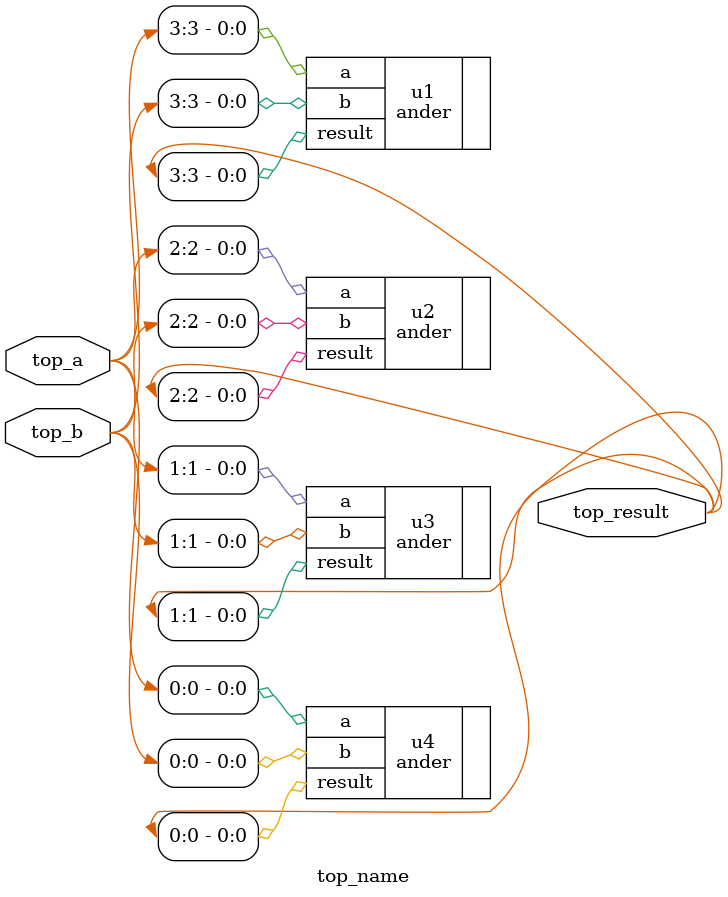
<source format=v>
`timescale 1 ns / 1 ps

module top_name (top_a, top_b, top_result);

    input [3:0] top_a, top_b;
    output [3:0] top_result;

    ander u1(
        .a     (top_a[3]     ),
        .b     (top_b[3]     ), 
        .result(top_result[3])
    );

    ander u2(
        .a     (top_a[2]     ),
        .b     (top_b[2]     ),
        .result(top_result[2])
    );

    ander u3(
        .a     (top_a[1]     ),
        .b     (top_b[1]     ),
        .result(top_result[1])
    );

    ander u4(
        .a     (top_a[0]     ),
        .b     (top_b[0]     ),
        .result(top_result[0])
    );

endmodule

</source>
